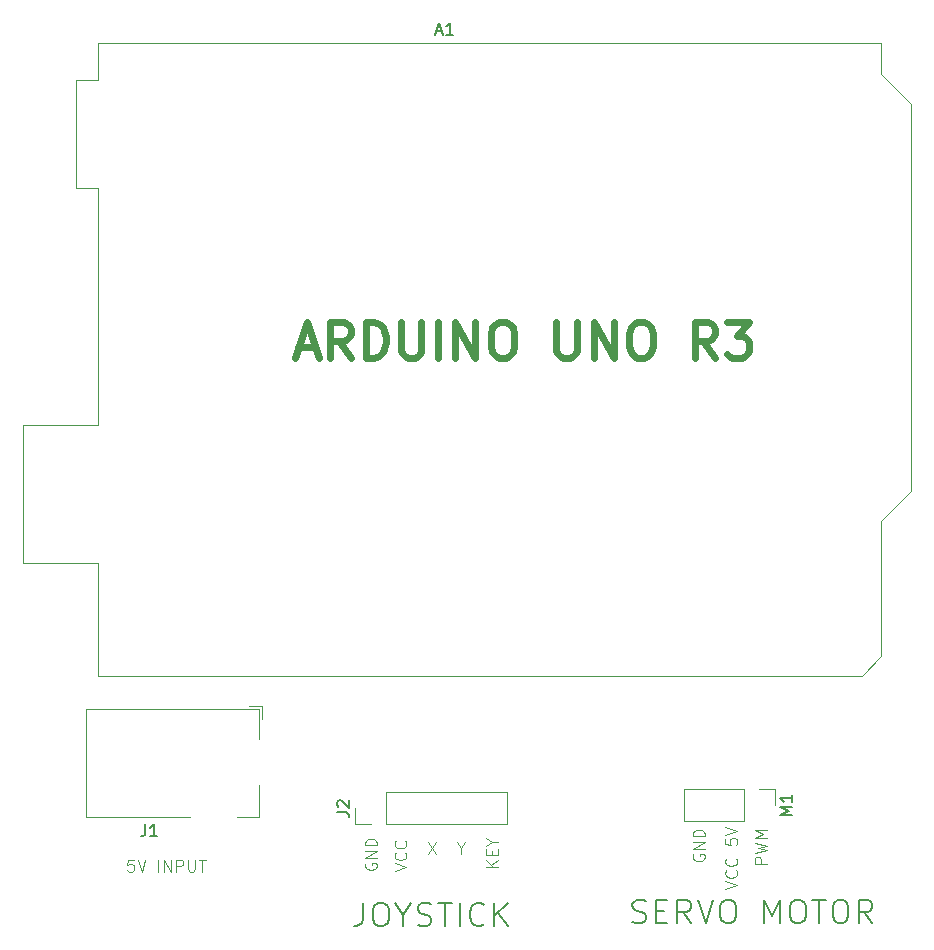
<source format=gbr>
%TF.GenerationSoftware,KiCad,Pcbnew,8.0.6*%
%TF.CreationDate,2025-08-08T18:32:04+02:00*%
%TF.ProjectId,arduinojoystick controlling,61726475-696e-46f6-9a6f-79737469636b,rev?*%
%TF.SameCoordinates,Original*%
%TF.FileFunction,Legend,Top*%
%TF.FilePolarity,Positive*%
%FSLAX46Y46*%
G04 Gerber Fmt 4.6, Leading zero omitted, Abs format (unit mm)*
G04 Created by KiCad (PCBNEW 8.0.6) date 2025-08-08 18:32:04*
%MOMM*%
%LPD*%
G01*
G04 APERTURE LIST*
%ADD10C,0.600000*%
%ADD11C,0.200000*%
%ADD12C,0.100000*%
%ADD13C,0.150000*%
%ADD14C,0.120000*%
G04 APERTURE END LIST*
D10*
X32466164Y-45244514D02*
X33894736Y-45244514D01*
X32180450Y-46101657D02*
X33180450Y-43101657D01*
X33180450Y-43101657D02*
X34180450Y-46101657D01*
X36894736Y-46101657D02*
X35894736Y-44673085D01*
X35180450Y-46101657D02*
X35180450Y-43101657D01*
X35180450Y-43101657D02*
X36323307Y-43101657D01*
X36323307Y-43101657D02*
X36609022Y-43244514D01*
X36609022Y-43244514D02*
X36751879Y-43387371D01*
X36751879Y-43387371D02*
X36894736Y-43673085D01*
X36894736Y-43673085D02*
X36894736Y-44101657D01*
X36894736Y-44101657D02*
X36751879Y-44387371D01*
X36751879Y-44387371D02*
X36609022Y-44530228D01*
X36609022Y-44530228D02*
X36323307Y-44673085D01*
X36323307Y-44673085D02*
X35180450Y-44673085D01*
X38180450Y-46101657D02*
X38180450Y-43101657D01*
X38180450Y-43101657D02*
X38894736Y-43101657D01*
X38894736Y-43101657D02*
X39323307Y-43244514D01*
X39323307Y-43244514D02*
X39609022Y-43530228D01*
X39609022Y-43530228D02*
X39751879Y-43815942D01*
X39751879Y-43815942D02*
X39894736Y-44387371D01*
X39894736Y-44387371D02*
X39894736Y-44815942D01*
X39894736Y-44815942D02*
X39751879Y-45387371D01*
X39751879Y-45387371D02*
X39609022Y-45673085D01*
X39609022Y-45673085D02*
X39323307Y-45958800D01*
X39323307Y-45958800D02*
X38894736Y-46101657D01*
X38894736Y-46101657D02*
X38180450Y-46101657D01*
X41180450Y-43101657D02*
X41180450Y-45530228D01*
X41180450Y-45530228D02*
X41323307Y-45815942D01*
X41323307Y-45815942D02*
X41466165Y-45958800D01*
X41466165Y-45958800D02*
X41751879Y-46101657D01*
X41751879Y-46101657D02*
X42323307Y-46101657D01*
X42323307Y-46101657D02*
X42609022Y-45958800D01*
X42609022Y-45958800D02*
X42751879Y-45815942D01*
X42751879Y-45815942D02*
X42894736Y-45530228D01*
X42894736Y-45530228D02*
X42894736Y-43101657D01*
X44323307Y-46101657D02*
X44323307Y-43101657D01*
X45751878Y-46101657D02*
X45751878Y-43101657D01*
X45751878Y-43101657D02*
X47466164Y-46101657D01*
X47466164Y-46101657D02*
X47466164Y-43101657D01*
X49466164Y-43101657D02*
X50037592Y-43101657D01*
X50037592Y-43101657D02*
X50323307Y-43244514D01*
X50323307Y-43244514D02*
X50609021Y-43530228D01*
X50609021Y-43530228D02*
X50751878Y-44101657D01*
X50751878Y-44101657D02*
X50751878Y-45101657D01*
X50751878Y-45101657D02*
X50609021Y-45673085D01*
X50609021Y-45673085D02*
X50323307Y-45958800D01*
X50323307Y-45958800D02*
X50037592Y-46101657D01*
X50037592Y-46101657D02*
X49466164Y-46101657D01*
X49466164Y-46101657D02*
X49180450Y-45958800D01*
X49180450Y-45958800D02*
X48894735Y-45673085D01*
X48894735Y-45673085D02*
X48751878Y-45101657D01*
X48751878Y-45101657D02*
X48751878Y-44101657D01*
X48751878Y-44101657D02*
X48894735Y-43530228D01*
X48894735Y-43530228D02*
X49180450Y-43244514D01*
X49180450Y-43244514D02*
X49466164Y-43101657D01*
X54323306Y-43101657D02*
X54323306Y-45530228D01*
X54323306Y-45530228D02*
X54466163Y-45815942D01*
X54466163Y-45815942D02*
X54609021Y-45958800D01*
X54609021Y-45958800D02*
X54894735Y-46101657D01*
X54894735Y-46101657D02*
X55466163Y-46101657D01*
X55466163Y-46101657D02*
X55751878Y-45958800D01*
X55751878Y-45958800D02*
X55894735Y-45815942D01*
X55894735Y-45815942D02*
X56037592Y-45530228D01*
X56037592Y-45530228D02*
X56037592Y-43101657D01*
X57466163Y-46101657D02*
X57466163Y-43101657D01*
X57466163Y-43101657D02*
X59180449Y-46101657D01*
X59180449Y-46101657D02*
X59180449Y-43101657D01*
X61180449Y-43101657D02*
X61751877Y-43101657D01*
X61751877Y-43101657D02*
X62037592Y-43244514D01*
X62037592Y-43244514D02*
X62323306Y-43530228D01*
X62323306Y-43530228D02*
X62466163Y-44101657D01*
X62466163Y-44101657D02*
X62466163Y-45101657D01*
X62466163Y-45101657D02*
X62323306Y-45673085D01*
X62323306Y-45673085D02*
X62037592Y-45958800D01*
X62037592Y-45958800D02*
X61751877Y-46101657D01*
X61751877Y-46101657D02*
X61180449Y-46101657D01*
X61180449Y-46101657D02*
X60894735Y-45958800D01*
X60894735Y-45958800D02*
X60609020Y-45673085D01*
X60609020Y-45673085D02*
X60466163Y-45101657D01*
X60466163Y-45101657D02*
X60466163Y-44101657D01*
X60466163Y-44101657D02*
X60609020Y-43530228D01*
X60609020Y-43530228D02*
X60894735Y-43244514D01*
X60894735Y-43244514D02*
X61180449Y-43101657D01*
X67751877Y-46101657D02*
X66751877Y-44673085D01*
X66037591Y-46101657D02*
X66037591Y-43101657D01*
X66037591Y-43101657D02*
X67180448Y-43101657D01*
X67180448Y-43101657D02*
X67466163Y-43244514D01*
X67466163Y-43244514D02*
X67609020Y-43387371D01*
X67609020Y-43387371D02*
X67751877Y-43673085D01*
X67751877Y-43673085D02*
X67751877Y-44101657D01*
X67751877Y-44101657D02*
X67609020Y-44387371D01*
X67609020Y-44387371D02*
X67466163Y-44530228D01*
X67466163Y-44530228D02*
X67180448Y-44673085D01*
X67180448Y-44673085D02*
X66037591Y-44673085D01*
X68751877Y-43101657D02*
X70609020Y-43101657D01*
X70609020Y-43101657D02*
X69609020Y-44244514D01*
X69609020Y-44244514D02*
X70037591Y-44244514D01*
X70037591Y-44244514D02*
X70323306Y-44387371D01*
X70323306Y-44387371D02*
X70466163Y-44530228D01*
X70466163Y-44530228D02*
X70609020Y-44815942D01*
X70609020Y-44815942D02*
X70609020Y-45530228D01*
X70609020Y-45530228D02*
X70466163Y-45815942D01*
X70466163Y-45815942D02*
X70323306Y-45958800D01*
X70323306Y-45958800D02*
X70037591Y-46101657D01*
X70037591Y-46101657D02*
X69180448Y-46101657D01*
X69180448Y-46101657D02*
X68894734Y-45958800D01*
X68894734Y-45958800D02*
X68751877Y-45815942D01*
D11*
X37929197Y-92244838D02*
X37929197Y-93673409D01*
X37929197Y-93673409D02*
X37833958Y-93959123D01*
X37833958Y-93959123D02*
X37643482Y-94149600D01*
X37643482Y-94149600D02*
X37357768Y-94244838D01*
X37357768Y-94244838D02*
X37167292Y-94244838D01*
X39262530Y-92244838D02*
X39643483Y-92244838D01*
X39643483Y-92244838D02*
X39833959Y-92340076D01*
X39833959Y-92340076D02*
X40024435Y-92530552D01*
X40024435Y-92530552D02*
X40119673Y-92911504D01*
X40119673Y-92911504D02*
X40119673Y-93578171D01*
X40119673Y-93578171D02*
X40024435Y-93959123D01*
X40024435Y-93959123D02*
X39833959Y-94149600D01*
X39833959Y-94149600D02*
X39643483Y-94244838D01*
X39643483Y-94244838D02*
X39262530Y-94244838D01*
X39262530Y-94244838D02*
X39072054Y-94149600D01*
X39072054Y-94149600D02*
X38881578Y-93959123D01*
X38881578Y-93959123D02*
X38786340Y-93578171D01*
X38786340Y-93578171D02*
X38786340Y-92911504D01*
X38786340Y-92911504D02*
X38881578Y-92530552D01*
X38881578Y-92530552D02*
X39072054Y-92340076D01*
X39072054Y-92340076D02*
X39262530Y-92244838D01*
X41357768Y-93292457D02*
X41357768Y-94244838D01*
X40691102Y-92244838D02*
X41357768Y-93292457D01*
X41357768Y-93292457D02*
X42024435Y-92244838D01*
X42595864Y-94149600D02*
X42881578Y-94244838D01*
X42881578Y-94244838D02*
X43357769Y-94244838D01*
X43357769Y-94244838D02*
X43548245Y-94149600D01*
X43548245Y-94149600D02*
X43643483Y-94054361D01*
X43643483Y-94054361D02*
X43738721Y-93863885D01*
X43738721Y-93863885D02*
X43738721Y-93673409D01*
X43738721Y-93673409D02*
X43643483Y-93482933D01*
X43643483Y-93482933D02*
X43548245Y-93387695D01*
X43548245Y-93387695D02*
X43357769Y-93292457D01*
X43357769Y-93292457D02*
X42976816Y-93197219D01*
X42976816Y-93197219D02*
X42786340Y-93101980D01*
X42786340Y-93101980D02*
X42691102Y-93006742D01*
X42691102Y-93006742D02*
X42595864Y-92816266D01*
X42595864Y-92816266D02*
X42595864Y-92625790D01*
X42595864Y-92625790D02*
X42691102Y-92435314D01*
X42691102Y-92435314D02*
X42786340Y-92340076D01*
X42786340Y-92340076D02*
X42976816Y-92244838D01*
X42976816Y-92244838D02*
X43453007Y-92244838D01*
X43453007Y-92244838D02*
X43738721Y-92340076D01*
X44310150Y-92244838D02*
X45453007Y-92244838D01*
X44881578Y-94244838D02*
X44881578Y-92244838D01*
X46119674Y-94244838D02*
X46119674Y-92244838D01*
X48214912Y-94054361D02*
X48119674Y-94149600D01*
X48119674Y-94149600D02*
X47833960Y-94244838D01*
X47833960Y-94244838D02*
X47643484Y-94244838D01*
X47643484Y-94244838D02*
X47357769Y-94149600D01*
X47357769Y-94149600D02*
X47167293Y-93959123D01*
X47167293Y-93959123D02*
X47072055Y-93768647D01*
X47072055Y-93768647D02*
X46976817Y-93387695D01*
X46976817Y-93387695D02*
X46976817Y-93101980D01*
X46976817Y-93101980D02*
X47072055Y-92721028D01*
X47072055Y-92721028D02*
X47167293Y-92530552D01*
X47167293Y-92530552D02*
X47357769Y-92340076D01*
X47357769Y-92340076D02*
X47643484Y-92244838D01*
X47643484Y-92244838D02*
X47833960Y-92244838D01*
X47833960Y-92244838D02*
X48119674Y-92340076D01*
X48119674Y-92340076D02*
X48214912Y-92435314D01*
X49072055Y-94244838D02*
X49072055Y-92244838D01*
X50214912Y-94244838D02*
X49357769Y-93101980D01*
X50214912Y-92244838D02*
X49072055Y-93387695D01*
X60762530Y-93899600D02*
X61048244Y-93994838D01*
X61048244Y-93994838D02*
X61524435Y-93994838D01*
X61524435Y-93994838D02*
X61714911Y-93899600D01*
X61714911Y-93899600D02*
X61810149Y-93804361D01*
X61810149Y-93804361D02*
X61905387Y-93613885D01*
X61905387Y-93613885D02*
X61905387Y-93423409D01*
X61905387Y-93423409D02*
X61810149Y-93232933D01*
X61810149Y-93232933D02*
X61714911Y-93137695D01*
X61714911Y-93137695D02*
X61524435Y-93042457D01*
X61524435Y-93042457D02*
X61143482Y-92947219D01*
X61143482Y-92947219D02*
X60953006Y-92851980D01*
X60953006Y-92851980D02*
X60857768Y-92756742D01*
X60857768Y-92756742D02*
X60762530Y-92566266D01*
X60762530Y-92566266D02*
X60762530Y-92375790D01*
X60762530Y-92375790D02*
X60857768Y-92185314D01*
X60857768Y-92185314D02*
X60953006Y-92090076D01*
X60953006Y-92090076D02*
X61143482Y-91994838D01*
X61143482Y-91994838D02*
X61619673Y-91994838D01*
X61619673Y-91994838D02*
X61905387Y-92090076D01*
X62762530Y-92947219D02*
X63429197Y-92947219D01*
X63714911Y-93994838D02*
X62762530Y-93994838D01*
X62762530Y-93994838D02*
X62762530Y-91994838D01*
X62762530Y-91994838D02*
X63714911Y-91994838D01*
X65714911Y-93994838D02*
X65048244Y-93042457D01*
X64572054Y-93994838D02*
X64572054Y-91994838D01*
X64572054Y-91994838D02*
X65333959Y-91994838D01*
X65333959Y-91994838D02*
X65524435Y-92090076D01*
X65524435Y-92090076D02*
X65619673Y-92185314D01*
X65619673Y-92185314D02*
X65714911Y-92375790D01*
X65714911Y-92375790D02*
X65714911Y-92661504D01*
X65714911Y-92661504D02*
X65619673Y-92851980D01*
X65619673Y-92851980D02*
X65524435Y-92947219D01*
X65524435Y-92947219D02*
X65333959Y-93042457D01*
X65333959Y-93042457D02*
X64572054Y-93042457D01*
X66286340Y-91994838D02*
X66953006Y-93994838D01*
X66953006Y-93994838D02*
X67619673Y-91994838D01*
X68667292Y-91994838D02*
X69048245Y-91994838D01*
X69048245Y-91994838D02*
X69238721Y-92090076D01*
X69238721Y-92090076D02*
X69429197Y-92280552D01*
X69429197Y-92280552D02*
X69524435Y-92661504D01*
X69524435Y-92661504D02*
X69524435Y-93328171D01*
X69524435Y-93328171D02*
X69429197Y-93709123D01*
X69429197Y-93709123D02*
X69238721Y-93899600D01*
X69238721Y-93899600D02*
X69048245Y-93994838D01*
X69048245Y-93994838D02*
X68667292Y-93994838D01*
X68667292Y-93994838D02*
X68476816Y-93899600D01*
X68476816Y-93899600D02*
X68286340Y-93709123D01*
X68286340Y-93709123D02*
X68191102Y-93328171D01*
X68191102Y-93328171D02*
X68191102Y-92661504D01*
X68191102Y-92661504D02*
X68286340Y-92280552D01*
X68286340Y-92280552D02*
X68476816Y-92090076D01*
X68476816Y-92090076D02*
X68667292Y-91994838D01*
X71905388Y-93994838D02*
X71905388Y-91994838D01*
X71905388Y-91994838D02*
X72572055Y-93423409D01*
X72572055Y-93423409D02*
X73238721Y-91994838D01*
X73238721Y-91994838D02*
X73238721Y-93994838D01*
X74572054Y-91994838D02*
X74953007Y-91994838D01*
X74953007Y-91994838D02*
X75143483Y-92090076D01*
X75143483Y-92090076D02*
X75333959Y-92280552D01*
X75333959Y-92280552D02*
X75429197Y-92661504D01*
X75429197Y-92661504D02*
X75429197Y-93328171D01*
X75429197Y-93328171D02*
X75333959Y-93709123D01*
X75333959Y-93709123D02*
X75143483Y-93899600D01*
X75143483Y-93899600D02*
X74953007Y-93994838D01*
X74953007Y-93994838D02*
X74572054Y-93994838D01*
X74572054Y-93994838D02*
X74381578Y-93899600D01*
X74381578Y-93899600D02*
X74191102Y-93709123D01*
X74191102Y-93709123D02*
X74095864Y-93328171D01*
X74095864Y-93328171D02*
X74095864Y-92661504D01*
X74095864Y-92661504D02*
X74191102Y-92280552D01*
X74191102Y-92280552D02*
X74381578Y-92090076D01*
X74381578Y-92090076D02*
X74572054Y-91994838D01*
X76000626Y-91994838D02*
X77143483Y-91994838D01*
X76572054Y-93994838D02*
X76572054Y-91994838D01*
X78191102Y-91994838D02*
X78572055Y-91994838D01*
X78572055Y-91994838D02*
X78762531Y-92090076D01*
X78762531Y-92090076D02*
X78953007Y-92280552D01*
X78953007Y-92280552D02*
X79048245Y-92661504D01*
X79048245Y-92661504D02*
X79048245Y-93328171D01*
X79048245Y-93328171D02*
X78953007Y-93709123D01*
X78953007Y-93709123D02*
X78762531Y-93899600D01*
X78762531Y-93899600D02*
X78572055Y-93994838D01*
X78572055Y-93994838D02*
X78191102Y-93994838D01*
X78191102Y-93994838D02*
X78000626Y-93899600D01*
X78000626Y-93899600D02*
X77810150Y-93709123D01*
X77810150Y-93709123D02*
X77714912Y-93328171D01*
X77714912Y-93328171D02*
X77714912Y-92661504D01*
X77714912Y-92661504D02*
X77810150Y-92280552D01*
X77810150Y-92280552D02*
X78000626Y-92090076D01*
X78000626Y-92090076D02*
X78191102Y-91994838D01*
X81048245Y-93994838D02*
X80381578Y-93042457D01*
X79905388Y-93994838D02*
X79905388Y-91994838D01*
X79905388Y-91994838D02*
X80667293Y-91994838D01*
X80667293Y-91994838D02*
X80857769Y-92090076D01*
X80857769Y-92090076D02*
X80953007Y-92185314D01*
X80953007Y-92185314D02*
X81048245Y-92375790D01*
X81048245Y-92375790D02*
X81048245Y-92661504D01*
X81048245Y-92661504D02*
X80953007Y-92851980D01*
X80953007Y-92851980D02*
X80857769Y-92947219D01*
X80857769Y-92947219D02*
X80667293Y-93042457D01*
X80667293Y-93042457D02*
X79905388Y-93042457D01*
D12*
X72122419Y-88946115D02*
X71122419Y-88946115D01*
X71122419Y-88946115D02*
X71122419Y-88565163D01*
X71122419Y-88565163D02*
X71170038Y-88469925D01*
X71170038Y-88469925D02*
X71217657Y-88422306D01*
X71217657Y-88422306D02*
X71312895Y-88374687D01*
X71312895Y-88374687D02*
X71455752Y-88374687D01*
X71455752Y-88374687D02*
X71550990Y-88422306D01*
X71550990Y-88422306D02*
X71598609Y-88469925D01*
X71598609Y-88469925D02*
X71646228Y-88565163D01*
X71646228Y-88565163D02*
X71646228Y-88946115D01*
X71122419Y-88041353D02*
X72122419Y-87803258D01*
X72122419Y-87803258D02*
X71408133Y-87612782D01*
X71408133Y-87612782D02*
X72122419Y-87422306D01*
X72122419Y-87422306D02*
X71122419Y-87184211D01*
X72122419Y-86803258D02*
X71122419Y-86803258D01*
X71122419Y-86803258D02*
X71836704Y-86469925D01*
X71836704Y-86469925D02*
X71122419Y-86136592D01*
X71122419Y-86136592D02*
X72122419Y-86136592D01*
X68622419Y-91088972D02*
X69622419Y-90755639D01*
X69622419Y-90755639D02*
X68622419Y-90422306D01*
X69527180Y-89517544D02*
X69574800Y-89565163D01*
X69574800Y-89565163D02*
X69622419Y-89708020D01*
X69622419Y-89708020D02*
X69622419Y-89803258D01*
X69622419Y-89803258D02*
X69574800Y-89946115D01*
X69574800Y-89946115D02*
X69479561Y-90041353D01*
X69479561Y-90041353D02*
X69384323Y-90088972D01*
X69384323Y-90088972D02*
X69193847Y-90136591D01*
X69193847Y-90136591D02*
X69050990Y-90136591D01*
X69050990Y-90136591D02*
X68860514Y-90088972D01*
X68860514Y-90088972D02*
X68765276Y-90041353D01*
X68765276Y-90041353D02*
X68670038Y-89946115D01*
X68670038Y-89946115D02*
X68622419Y-89803258D01*
X68622419Y-89803258D02*
X68622419Y-89708020D01*
X68622419Y-89708020D02*
X68670038Y-89565163D01*
X68670038Y-89565163D02*
X68717657Y-89517544D01*
X69527180Y-88517544D02*
X69574800Y-88565163D01*
X69574800Y-88565163D02*
X69622419Y-88708020D01*
X69622419Y-88708020D02*
X69622419Y-88803258D01*
X69622419Y-88803258D02*
X69574800Y-88946115D01*
X69574800Y-88946115D02*
X69479561Y-89041353D01*
X69479561Y-89041353D02*
X69384323Y-89088972D01*
X69384323Y-89088972D02*
X69193847Y-89136591D01*
X69193847Y-89136591D02*
X69050990Y-89136591D01*
X69050990Y-89136591D02*
X68860514Y-89088972D01*
X68860514Y-89088972D02*
X68765276Y-89041353D01*
X68765276Y-89041353D02*
X68670038Y-88946115D01*
X68670038Y-88946115D02*
X68622419Y-88803258D01*
X68622419Y-88803258D02*
X68622419Y-88708020D01*
X68622419Y-88708020D02*
X68670038Y-88565163D01*
X68670038Y-88565163D02*
X68717657Y-88517544D01*
X68622419Y-86850877D02*
X68622419Y-87327067D01*
X68622419Y-87327067D02*
X69098609Y-87374686D01*
X69098609Y-87374686D02*
X69050990Y-87327067D01*
X69050990Y-87327067D02*
X69003371Y-87231829D01*
X69003371Y-87231829D02*
X69003371Y-86993734D01*
X69003371Y-86993734D02*
X69050990Y-86898496D01*
X69050990Y-86898496D02*
X69098609Y-86850877D01*
X69098609Y-86850877D02*
X69193847Y-86803258D01*
X69193847Y-86803258D02*
X69431942Y-86803258D01*
X69431942Y-86803258D02*
X69527180Y-86850877D01*
X69527180Y-86850877D02*
X69574800Y-86898496D01*
X69574800Y-86898496D02*
X69622419Y-86993734D01*
X69622419Y-86993734D02*
X69622419Y-87231829D01*
X69622419Y-87231829D02*
X69574800Y-87327067D01*
X69574800Y-87327067D02*
X69527180Y-87374686D01*
X68622419Y-86517543D02*
X69622419Y-86184210D01*
X69622419Y-86184210D02*
X68622419Y-85850877D01*
X65920038Y-88172306D02*
X65872419Y-88267544D01*
X65872419Y-88267544D02*
X65872419Y-88410401D01*
X65872419Y-88410401D02*
X65920038Y-88553258D01*
X65920038Y-88553258D02*
X66015276Y-88648496D01*
X66015276Y-88648496D02*
X66110514Y-88696115D01*
X66110514Y-88696115D02*
X66300990Y-88743734D01*
X66300990Y-88743734D02*
X66443847Y-88743734D01*
X66443847Y-88743734D02*
X66634323Y-88696115D01*
X66634323Y-88696115D02*
X66729561Y-88648496D01*
X66729561Y-88648496D02*
X66824800Y-88553258D01*
X66824800Y-88553258D02*
X66872419Y-88410401D01*
X66872419Y-88410401D02*
X66872419Y-88315163D01*
X66872419Y-88315163D02*
X66824800Y-88172306D01*
X66824800Y-88172306D02*
X66777180Y-88124687D01*
X66777180Y-88124687D02*
X66443847Y-88124687D01*
X66443847Y-88124687D02*
X66443847Y-88315163D01*
X66872419Y-87696115D02*
X65872419Y-87696115D01*
X65872419Y-87696115D02*
X66872419Y-87124687D01*
X66872419Y-87124687D02*
X65872419Y-87124687D01*
X66872419Y-86648496D02*
X65872419Y-86648496D01*
X65872419Y-86648496D02*
X65872419Y-86410401D01*
X65872419Y-86410401D02*
X65920038Y-86267544D01*
X65920038Y-86267544D02*
X66015276Y-86172306D01*
X66015276Y-86172306D02*
X66110514Y-86124687D01*
X66110514Y-86124687D02*
X66300990Y-86077068D01*
X66300990Y-86077068D02*
X66443847Y-86077068D01*
X66443847Y-86077068D02*
X66634323Y-86124687D01*
X66634323Y-86124687D02*
X66729561Y-86172306D01*
X66729561Y-86172306D02*
X66824800Y-86267544D01*
X66824800Y-86267544D02*
X66872419Y-86410401D01*
X66872419Y-86410401D02*
X66872419Y-86648496D01*
X49372419Y-89196115D02*
X48372419Y-89196115D01*
X49372419Y-88624687D02*
X48800990Y-89053258D01*
X48372419Y-88624687D02*
X48943847Y-89196115D01*
X48848609Y-88196115D02*
X48848609Y-87862782D01*
X49372419Y-87719925D02*
X49372419Y-88196115D01*
X49372419Y-88196115D02*
X48372419Y-88196115D01*
X48372419Y-88196115D02*
X48372419Y-87719925D01*
X48896228Y-87100877D02*
X49372419Y-87100877D01*
X48372419Y-87434210D02*
X48896228Y-87100877D01*
X48896228Y-87100877D02*
X48372419Y-86767544D01*
X46244360Y-87646228D02*
X46244360Y-88122419D01*
X45911027Y-87122419D02*
X46244360Y-87646228D01*
X46244360Y-87646228D02*
X46577693Y-87122419D01*
X43458646Y-87122419D02*
X44125312Y-88122419D01*
X44125312Y-87122419D02*
X43458646Y-88122419D01*
X40622419Y-89588972D02*
X41622419Y-89255639D01*
X41622419Y-89255639D02*
X40622419Y-88922306D01*
X41527180Y-88017544D02*
X41574800Y-88065163D01*
X41574800Y-88065163D02*
X41622419Y-88208020D01*
X41622419Y-88208020D02*
X41622419Y-88303258D01*
X41622419Y-88303258D02*
X41574800Y-88446115D01*
X41574800Y-88446115D02*
X41479561Y-88541353D01*
X41479561Y-88541353D02*
X41384323Y-88588972D01*
X41384323Y-88588972D02*
X41193847Y-88636591D01*
X41193847Y-88636591D02*
X41050990Y-88636591D01*
X41050990Y-88636591D02*
X40860514Y-88588972D01*
X40860514Y-88588972D02*
X40765276Y-88541353D01*
X40765276Y-88541353D02*
X40670038Y-88446115D01*
X40670038Y-88446115D02*
X40622419Y-88303258D01*
X40622419Y-88303258D02*
X40622419Y-88208020D01*
X40622419Y-88208020D02*
X40670038Y-88065163D01*
X40670038Y-88065163D02*
X40717657Y-88017544D01*
X41527180Y-87017544D02*
X41574800Y-87065163D01*
X41574800Y-87065163D02*
X41622419Y-87208020D01*
X41622419Y-87208020D02*
X41622419Y-87303258D01*
X41622419Y-87303258D02*
X41574800Y-87446115D01*
X41574800Y-87446115D02*
X41479561Y-87541353D01*
X41479561Y-87541353D02*
X41384323Y-87588972D01*
X41384323Y-87588972D02*
X41193847Y-87636591D01*
X41193847Y-87636591D02*
X41050990Y-87636591D01*
X41050990Y-87636591D02*
X40860514Y-87588972D01*
X40860514Y-87588972D02*
X40765276Y-87541353D01*
X40765276Y-87541353D02*
X40670038Y-87446115D01*
X40670038Y-87446115D02*
X40622419Y-87303258D01*
X40622419Y-87303258D02*
X40622419Y-87208020D01*
X40622419Y-87208020D02*
X40670038Y-87065163D01*
X40670038Y-87065163D02*
X40717657Y-87017544D01*
X38170038Y-88922306D02*
X38122419Y-89017544D01*
X38122419Y-89017544D02*
X38122419Y-89160401D01*
X38122419Y-89160401D02*
X38170038Y-89303258D01*
X38170038Y-89303258D02*
X38265276Y-89398496D01*
X38265276Y-89398496D02*
X38360514Y-89446115D01*
X38360514Y-89446115D02*
X38550990Y-89493734D01*
X38550990Y-89493734D02*
X38693847Y-89493734D01*
X38693847Y-89493734D02*
X38884323Y-89446115D01*
X38884323Y-89446115D02*
X38979561Y-89398496D01*
X38979561Y-89398496D02*
X39074800Y-89303258D01*
X39074800Y-89303258D02*
X39122419Y-89160401D01*
X39122419Y-89160401D02*
X39122419Y-89065163D01*
X39122419Y-89065163D02*
X39074800Y-88922306D01*
X39074800Y-88922306D02*
X39027180Y-88874687D01*
X39027180Y-88874687D02*
X38693847Y-88874687D01*
X38693847Y-88874687D02*
X38693847Y-89065163D01*
X39122419Y-88446115D02*
X38122419Y-88446115D01*
X38122419Y-88446115D02*
X39122419Y-87874687D01*
X39122419Y-87874687D02*
X38122419Y-87874687D01*
X39122419Y-87398496D02*
X38122419Y-87398496D01*
X38122419Y-87398496D02*
X38122419Y-87160401D01*
X38122419Y-87160401D02*
X38170038Y-87017544D01*
X38170038Y-87017544D02*
X38265276Y-86922306D01*
X38265276Y-86922306D02*
X38360514Y-86874687D01*
X38360514Y-86874687D02*
X38550990Y-86827068D01*
X38550990Y-86827068D02*
X38693847Y-86827068D01*
X38693847Y-86827068D02*
X38884323Y-86874687D01*
X38884323Y-86874687D02*
X38979561Y-86922306D01*
X38979561Y-86922306D02*
X39074800Y-87017544D01*
X39074800Y-87017544D02*
X39122419Y-87160401D01*
X39122419Y-87160401D02*
X39122419Y-87398496D01*
X18530074Y-88622419D02*
X18053884Y-88622419D01*
X18053884Y-88622419D02*
X18006265Y-89098609D01*
X18006265Y-89098609D02*
X18053884Y-89050990D01*
X18053884Y-89050990D02*
X18149122Y-89003371D01*
X18149122Y-89003371D02*
X18387217Y-89003371D01*
X18387217Y-89003371D02*
X18482455Y-89050990D01*
X18482455Y-89050990D02*
X18530074Y-89098609D01*
X18530074Y-89098609D02*
X18577693Y-89193847D01*
X18577693Y-89193847D02*
X18577693Y-89431942D01*
X18577693Y-89431942D02*
X18530074Y-89527180D01*
X18530074Y-89527180D02*
X18482455Y-89574800D01*
X18482455Y-89574800D02*
X18387217Y-89622419D01*
X18387217Y-89622419D02*
X18149122Y-89622419D01*
X18149122Y-89622419D02*
X18053884Y-89574800D01*
X18053884Y-89574800D02*
X18006265Y-89527180D01*
X18863408Y-88622419D02*
X19196741Y-89622419D01*
X19196741Y-89622419D02*
X19530074Y-88622419D01*
X20625313Y-89622419D02*
X20625313Y-88622419D01*
X21101503Y-89622419D02*
X21101503Y-88622419D01*
X21101503Y-88622419D02*
X21672931Y-89622419D01*
X21672931Y-89622419D02*
X21672931Y-88622419D01*
X22149122Y-89622419D02*
X22149122Y-88622419D01*
X22149122Y-88622419D02*
X22530074Y-88622419D01*
X22530074Y-88622419D02*
X22625312Y-88670038D01*
X22625312Y-88670038D02*
X22672931Y-88717657D01*
X22672931Y-88717657D02*
X22720550Y-88812895D01*
X22720550Y-88812895D02*
X22720550Y-88955752D01*
X22720550Y-88955752D02*
X22672931Y-89050990D01*
X22672931Y-89050990D02*
X22625312Y-89098609D01*
X22625312Y-89098609D02*
X22530074Y-89146228D01*
X22530074Y-89146228D02*
X22149122Y-89146228D01*
X23149122Y-88622419D02*
X23149122Y-89431942D01*
X23149122Y-89431942D02*
X23196741Y-89527180D01*
X23196741Y-89527180D02*
X23244360Y-89574800D01*
X23244360Y-89574800D02*
X23339598Y-89622419D01*
X23339598Y-89622419D02*
X23530074Y-89622419D01*
X23530074Y-89622419D02*
X23625312Y-89574800D01*
X23625312Y-89574800D02*
X23672931Y-89527180D01*
X23672931Y-89527180D02*
X23720550Y-89431942D01*
X23720550Y-89431942D02*
X23720550Y-88622419D01*
X24053884Y-88622419D02*
X24625312Y-88622419D01*
X24339598Y-89622419D02*
X24339598Y-88622419D01*
D13*
X74284819Y-84809523D02*
X73284819Y-84809523D01*
X73284819Y-84809523D02*
X73999104Y-84476190D01*
X73999104Y-84476190D02*
X73284819Y-84142857D01*
X73284819Y-84142857D02*
X74284819Y-84142857D01*
X74284819Y-83142857D02*
X74284819Y-83714285D01*
X74284819Y-83428571D02*
X73284819Y-83428571D01*
X73284819Y-83428571D02*
X73427676Y-83523809D01*
X73427676Y-83523809D02*
X73522914Y-83619047D01*
X73522914Y-83619047D02*
X73570533Y-83714285D01*
X35754819Y-84583333D02*
X36469104Y-84583333D01*
X36469104Y-84583333D02*
X36611961Y-84630952D01*
X36611961Y-84630952D02*
X36707200Y-84726190D01*
X36707200Y-84726190D02*
X36754819Y-84869047D01*
X36754819Y-84869047D02*
X36754819Y-84964285D01*
X35850057Y-84154761D02*
X35802438Y-84107142D01*
X35802438Y-84107142D02*
X35754819Y-84011904D01*
X35754819Y-84011904D02*
X35754819Y-83773809D01*
X35754819Y-83773809D02*
X35802438Y-83678571D01*
X35802438Y-83678571D02*
X35850057Y-83630952D01*
X35850057Y-83630952D02*
X35945295Y-83583333D01*
X35945295Y-83583333D02*
X36040533Y-83583333D01*
X36040533Y-83583333D02*
X36183390Y-83630952D01*
X36183390Y-83630952D02*
X36754819Y-84202380D01*
X36754819Y-84202380D02*
X36754819Y-83583333D01*
X19496666Y-85629819D02*
X19496666Y-86344104D01*
X19496666Y-86344104D02*
X19449047Y-86486961D01*
X19449047Y-86486961D02*
X19353809Y-86582200D01*
X19353809Y-86582200D02*
X19210952Y-86629819D01*
X19210952Y-86629819D02*
X19115714Y-86629819D01*
X20496666Y-86629819D02*
X19925238Y-86629819D01*
X20210952Y-86629819D02*
X20210952Y-85629819D01*
X20210952Y-85629819D02*
X20115714Y-85772676D01*
X20115714Y-85772676D02*
X20020476Y-85867914D01*
X20020476Y-85867914D02*
X19925238Y-85915533D01*
X44130714Y-18479104D02*
X44606904Y-18479104D01*
X44035476Y-18764819D02*
X44368809Y-17764819D01*
X44368809Y-17764819D02*
X44702142Y-18764819D01*
X45559285Y-18764819D02*
X44987857Y-18764819D01*
X45273571Y-18764819D02*
X45273571Y-17764819D01*
X45273571Y-17764819D02*
X45178333Y-17907676D01*
X45178333Y-17907676D02*
X45083095Y-18002914D01*
X45083095Y-18002914D02*
X44987857Y-18050533D01*
D14*
%TO.C,M1*%
X72830000Y-82670000D02*
X72830000Y-84000000D01*
X71500000Y-82670000D02*
X72830000Y-82670000D01*
X70230000Y-82670000D02*
X65090000Y-82670000D01*
X70230000Y-82670000D02*
X70230000Y-85330000D01*
X65090000Y-82670000D02*
X65090000Y-85330000D01*
X70230000Y-85330000D02*
X65090000Y-85330000D01*
%TO.C,J2*%
X37300000Y-85580000D02*
X37300000Y-84250000D01*
X38630000Y-85580000D02*
X37300000Y-85580000D01*
X39900000Y-85580000D02*
X50120000Y-85580000D01*
X39900000Y-85580000D02*
X39900000Y-82920000D01*
X50120000Y-85580000D02*
X50120000Y-82920000D01*
X39900000Y-82920000D02*
X50120000Y-82920000D01*
%TO.C,J1*%
X14480000Y-75825000D02*
X29180000Y-75825000D01*
X14480000Y-85025000D02*
X14480000Y-75825000D01*
X23280000Y-85025000D02*
X14480000Y-85025000D01*
X28330000Y-75625000D02*
X29380000Y-75625000D01*
X29180000Y-75825000D02*
X29180000Y-78425000D01*
X29180000Y-82325000D02*
X29180000Y-85025000D01*
X29180000Y-85025000D02*
X27280000Y-85025000D01*
X29380000Y-76675000D02*
X29380000Y-75625000D01*
%TO.C,A1*%
X9155000Y-51840000D02*
X9155000Y-63520000D01*
X9155000Y-63520000D02*
X15505000Y-63520000D01*
X13605000Y-22630000D02*
X13605000Y-31770000D01*
X13605000Y-31770000D02*
X15505000Y-31770000D01*
X15505000Y-19450000D02*
X15505000Y-22630000D01*
X15505000Y-22630000D02*
X13605000Y-22630000D01*
X15505000Y-31770000D02*
X15505000Y-51840000D01*
X15505000Y-51840000D02*
X9155000Y-51840000D01*
X15505000Y-63520000D02*
X15505000Y-73050000D01*
X15505000Y-73050000D02*
X80155000Y-73050000D01*
X80155000Y-73050000D02*
X81805000Y-71400000D01*
X81805000Y-19450000D02*
X15505000Y-19450000D01*
X81805000Y-22120000D02*
X81805000Y-19450000D01*
X81805000Y-59970000D02*
X84345000Y-57430000D01*
X81805000Y-71400000D02*
X81805000Y-59970000D01*
X84345000Y-24660000D02*
X81805000Y-22120000D01*
X84345000Y-57430000D02*
X84345000Y-24660000D01*
%TD*%
M02*

</source>
